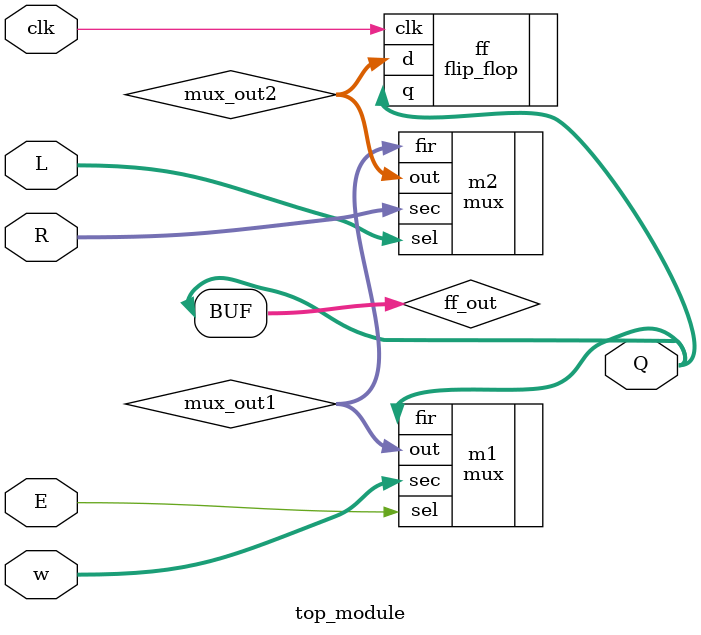
<source format=v>
`timescale 1ns / 1ps

module top_module #(parameter N = 16)(
    input clk,
    input E, // selector
    input [N-1:0] w, // ilk input
    input [N-1:0] R,
    input [N-1:0] L,
    output reg [N-1:0] Q
    );

    //localparam sc = 5; //stage sayÄ±sÄ±nÄ± kullanmama gerekirse diye
    // art arda sentezde görebilecek miyim diye bakmak istedim ama en son q yu ff_out a atarken bir hata çýktý çözemdim o yüzden istenilen þeklilde býraktým

    wire [N-1:0] mux_out1 ; //soldakiler Ã§Ä±kÄ±Ålarn bit geniÅliÄi
    wire [N-1:0] mux_out2 ; //saÄdakiler gerekli sc kadar Ã§Ä±kÄ±Å
    wire [N-1:0] ff_out = Q ; 
    
        mux #(16) m1(
                .fir(Q),
                .sec(w),
                .sel(E),
                .out(mux_out1)
        );

        mux #(16) m2(
                .fir(mux_out1),
                .sec(R),
                .sel(L),
                .out(mux_out2)
        );

        flip_flop #(16) ff(
                .d(mux_out2),
                .clk(clk),
                .q(ff_out)
        );

endmodule

</source>
